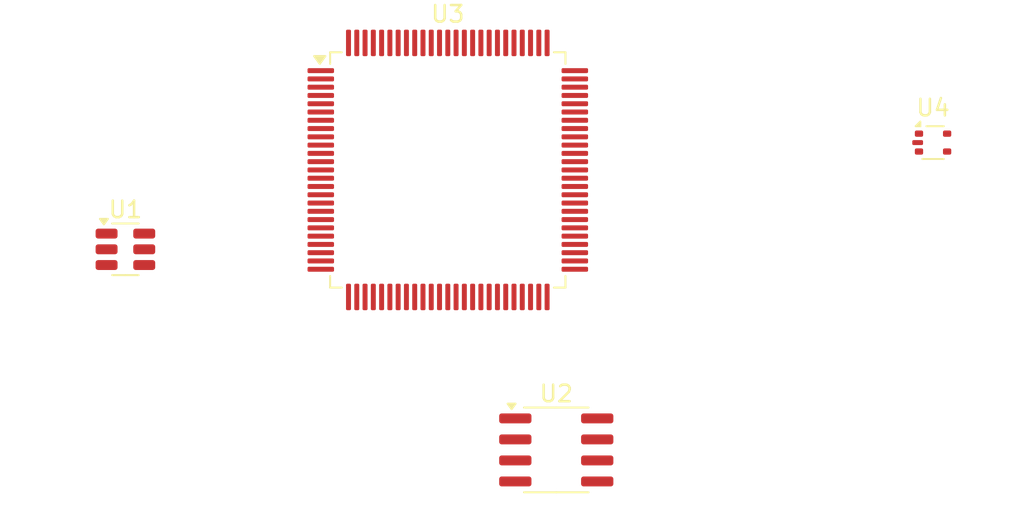
<source format=kicad_pcb>
(kicad_pcb (version 20241229) (generator "pcbnew") (generator_version "9.0")
  (layers (0 "F.Cu" signal) (2 "B.Cu" signal) (13 "F.Paste" user) (15 "B.Paste" user) (5 "F.SilkS" user "F.Silkscreen") (7 "B.SilkS" user "B.Silkscreen") (1 "F.Mask" user) (3 "B.Mask" user) (25 "Edge.Cuts" user))
  (net 0 "")
  (net 19 "Net-(U3-VSS-Pad10)")
  (net 111 "Net-(U4A-A-Pad2)")
  (footprint "B7_Footprints:LQFP-100_14x14mm_P0.5mm" (layer "F.Cu") (at 121.975 78.074)
    (property "Reference" "U3" (at 0 -9.42 0) (layer "F.SilkS"))
    (property "Value" "STM32F446VETx")
    (fp_line (start -7.11 -7.11) (end -7.11 -6.41) (stroke (width 0.12)) (layer "F.SilkS"))
    (fp_line (start -7.11 7.11) (end -7.11 6.41) (stroke (width 0.12)) (layer "F.SilkS"))
    (fp_line (start -6.41 -7.11) (end -7.11 -7.11) (stroke (width 0.12)) (layer "F.SilkS"))
    (fp_line (start -6.41 7.11) (end -7.11 7.11) (stroke (width 0.12)) (layer "F.SilkS"))
    (fp_line (start 6.41 -7.11) (end 7.11 -7.11) (stroke (width 0.12)) (layer "F.SilkS"))
    (fp_line (start 6.41 7.11) (end 7.11 7.11) (stroke (width 0.12)) (layer "F.SilkS"))
    (fp_line (start 7.11 -7.11) (end 7.11 -6.41) (stroke (width 0.12)) (layer "F.SilkS"))
    (fp_line (start 7.11 7.11) (end 7.11 6.41) (stroke (width 0.12)) (layer "F.SilkS"))
    (fp_poly (pts (xy -7.7375 -6.41) (xy -8.0775 -6.88) (xy -7.3975 -6.88)) (stroke (width 0.12)) (fill yes) (layer "F.SilkS"))
    (pad "1" smd roundrect (at -7.675 -6) (size 1.6 0.3) (layers "F.Cu" "F.Mask" "F.Paste"))
    (pad "2" smd roundrect (at -7.675 -5.5) (size 1.6 0.3) (layers "F.Cu" "F.Mask" "F.Paste"))
    (pad "3" smd roundrect (at -7.675 -5) (size 1.6 0.3) (layers "F.Cu" "F.Mask" "F.Paste"))
    (pad "4" smd roundrect (at -7.675 -4.5) (size 1.6 0.3) (layers "F.Cu" "F.Mask" "F.Paste"))
    (pad "5" smd roundrect (at -7.675 -4) (size 1.6 0.3) (layers "F.Cu" "F.Mask" "F.Paste"))
    (pad "6" smd roundrect (at -7.675 -3.5) (size 1.6 0.3) (layers "F.Cu" "F.Mask" "F.Paste"))
    (pad "7" smd roundrect (at -7.675 -3) (size 1.6 0.3) (layers "F.Cu" "F.Mask" "F.Paste"))
    (pad "8" smd roundrect (at -7.675 -2.5) (size 1.6 0.3) (layers "F.Cu" "F.Mask" "F.Paste"))
    (pad "9" smd roundrect (at -7.675 -2) (size 1.6 0.3) (layers "F.Cu" "F.Mask" "F.Paste"))
    (pad "10" smd roundrect (at -7.675 -1.5) (size 1.6 0.3) (layers "F.Cu" "F.Mask" "F.Paste") (net 19 "Net-(U3-VSS-Pad10)"))
    (pad "11" smd roundrect (at -7.675 -1) (size 1.6 0.3) (layers "F.Cu" "F.Mask" "F.Paste"))
    (pad "12" smd roundrect (at -7.675 -0.5) (size 1.6 0.3) (layers "F.Cu" "F.Mask" "F.Paste"))
    (pad "13" smd roundrect (at -7.675 0) (size 1.6 0.3) (layers "F.Cu" "F.Mask" "F.Paste"))
    (pad "14" smd roundrect (at -7.675 0.5) (size 1.6 0.3) (layers "F.Cu" "F.Mask" "F.Paste"))
    (pad "15" smd roundrect (at -7.675 1) (size 1.6 0.3) (layers "F.Cu" "F.Mask" "F.Paste"))
    (pad "16" smd roundrect (at -7.675 1.5) (size 1.6 0.3) (layers "F.Cu" "F.Mask" "F.Paste"))
    (pad "17" smd roundrect (at -7.675 2) (size 1.6 0.3) (layers "F.Cu" "F.Mask" "F.Paste"))
    (pad "18" smd roundrect (at -7.675 2.5) (size 1.6 0.3) (layers "F.Cu" "F.Mask" "F.Paste"))
    (pad "19" smd roundrect (at -7.675 3) (size 1.6 0.3) (layers "F.Cu" "F.Mask" "F.Paste"))
    (pad "20" smd roundrect (at -7.675 3.5) (size 1.6 0.3) (layers "F.Cu" "F.Mask" "F.Paste"))
    (pad "21" smd roundrect (at -7.675 4) (size 1.6 0.3) (layers "F.Cu" "F.Mask" "F.Paste"))
    (pad "22" smd roundrect (at -7.675 4.5) (size 1.6 0.3) (layers "F.Cu" "F.Mask" "F.Paste"))
    (pad "23" smd roundrect (at -7.675 5) (size 1.6 0.3) (layers "F.Cu" "F.Mask" "F.Paste"))
    (pad "24" smd roundrect (at -7.675 5.5) (size 1.6 0.3) (layers "F.Cu" "F.Mask" "F.Paste"))
    (pad "25" smd roundrect (at -7.675 6) (size 1.6 0.3) (layers "F.Cu" "F.Mask" "F.Paste"))
    (pad "26" smd roundrect (at -6 7.675) (size 0.3 1.6) (layers "F.Cu" "F.Mask" "F.Paste"))
    (pad "27" smd roundrect (at -5.5 7.675) (size 0.3 1.6) (layers "F.Cu" "F.Mask" "F.Paste") (net 19 "Net-(U3-VSS-Pad10)"))
    (pad "28" smd roundrect (at -5 7.675) (size 0.3 1.6) (layers "F.Cu" "F.Mask" "F.Paste"))
    (pad "29" smd roundrect (at -4.5 7.675) (size 0.3 1.6) (layers "F.Cu" "F.Mask" "F.Paste"))
    (pad "30" smd roundrect (at -4 7.675) (size 0.3 1.6) (layers "F.Cu" "F.Mask" "F.Paste"))
    (pad "31" smd roundrect (at -3.5 7.675) (size 0.3 1.6) (layers "F.Cu" "F.Mask" "F.Paste"))
    (pad "32" smd roundrect (at -3 7.675) (size 0.3 1.6) (layers "F.Cu" "F.Mask" "F.Paste"))
    (pad "33" smd roundrect (at -2.5 7.675) (size 0.3 1.6) (layers "F.Cu" "F.Mask" "F.Paste"))
    (pad "34" smd roundrect (at -2 7.675) (size 0.3 1.6) (layers "F.Cu" "F.Mask" "F.Paste"))
    (pad "35" smd roundrect (at -1.5 7.675) (size 0.3 1.6) (layers "F.Cu" "F.Mask" "F.Paste"))
    (pad "36" smd roundrect (at -1 7.675) (size 0.3 1.6) (layers "F.Cu" "F.Mask" "F.Paste"))
    (pad "37" smd roundrect (at -0.5 7.675) (size 0.3 1.6) (layers "F.Cu" "F.Mask" "F.Paste"))
    (pad "38" smd roundrect (at 0 7.675) (size 0.3 1.6) (layers "F.Cu" "F.Mask" "F.Paste"))
    (pad "39" smd roundrect (at 0.5 7.675) (size 0.3 1.6) (layers "F.Cu" "F.Mask" "F.Paste"))
    (pad "40" smd roundrect (at 1 7.675) (size 0.3 1.6) (layers "F.Cu" "F.Mask" "F.Paste"))
    (pad "41" smd roundrect (at 1.5 7.675) (size 0.3 1.6) (layers "F.Cu" "F.Mask" "F.Paste"))
    (pad "42" smd roundrect (at 2 7.675) (size 0.3 1.6) (layers "F.Cu" "F.Mask" "F.Paste"))
    (pad "43" smd roundrect (at 2.5 7.675) (size 0.3 1.6) (layers "F.Cu" "F.Mask" "F.Paste"))
    (pad "44" smd roundrect (at 3 7.675) (size 0.3 1.6) (layers "F.Cu" "F.Mask" "F.Paste"))
    (pad "45" smd roundrect (at 3.5 7.675) (size 0.3 1.6) (layers "F.Cu" "F.Mask" "F.Paste"))
    (pad "46" smd roundrect (at 4 7.675) (size 0.3 1.6) (layers "F.Cu" "F.Mask" "F.Paste"))
    (pad "47" smd roundrect (at 4.5 7.675) (size 0.3 1.6) (layers "F.Cu" "F.Mask" "F.Paste"))
    (pad "48" smd roundrect (at 5 7.675) (size 0.3 1.6) (layers "F.Cu" "F.Mask" "F.Paste"))
    (pad "49" smd roundrect (at 5.5 7.675) (size 0.3 1.6) (layers "F.Cu" "F.Mask" "F.Paste") (net 19 "Net-(U3-VSS-Pad10)"))
    (pad "50" smd roundrect (at 6 7.675) (size 0.3 1.6) (layers "F.Cu" "F.Mask" "F.Paste"))
    (pad "51" smd roundrect (at 7.675 6) (size 1.6 0.3) (layers "F.Cu" "F.Mask" "F.Paste"))
    (pad "52" smd roundrect (at 7.675 5.5) (size 1.6 0.3) (layers "F.Cu" "F.Mask" "F.Paste"))
    (pad "53" smd roundrect (at 7.675 5) (size 1.6 0.3) (layers "F.Cu" "F.Mask" "F.Paste"))
    (pad "54" smd roundrect (at 7.675 4.5) (size 1.6 0.3) (layers "F.Cu" "F.Mask" "F.Paste"))
    (pad "55" smd roundrect (at 7.675 4) (size 1.6 0.3) (layers "F.Cu" "F.Mask" "F.Paste"))
    (pad "56" smd roundrect (at 7.675 3.5) (size 1.6 0.3) (layers "F.Cu" "F.Mask" "F.Paste"))
    (pad "57" smd roundrect (at 7.675 3) (size 1.6 0.3) (layers "F.Cu" "F.Mask" "F.Paste"))
    (pad "58" smd roundrect (at 7.675 2.5) (size 1.6 0.3) (layers "F.Cu" "F.Mask" "F.Paste"))
    (pad "59" smd roundrect (at 7.675 2) (size 1.6 0.3) (layers "F.Cu" "F.Mask" "F.Paste"))
    (pad "60" smd roundrect (at 7.675 1.5) (size 1.6 0.3) (layers "F.Cu" "F.Mask" "F.Paste"))
    (pad "61" smd roundrect (at 7.675 1) (size 1.6 0.3) (layers "F.Cu" "F.Mask" "F.Paste"))
    (pad "62" smd roundrect (at 7.675 0.5) (size 1.6 0.3) (layers "F.Cu" "F.Mask" "F.Paste"))
    (pad "63" smd roundrect (at 7.675 0) (size 1.6 0.3) (layers "F.Cu" "F.Mask" "F.Paste"))
    (pad "64" smd roundrect (at 7.675 -0.5) (size 1.6 0.3) (layers "F.Cu" "F.Mask" "F.Paste"))
    (pad "65" smd roundrect (at 7.675 -1) (size 1.6 0.3) (layers "F.Cu" "F.Mask" "F.Paste"))
    (pad "66" smd roundrect (at 7.675 -1.5) (size 1.6 0.3) (layers "F.Cu" "F.Mask" "F.Paste"))
    (pad "67" smd roundrect (at 7.675 -2) (size 1.6 0.3) (layers "F.Cu" "F.Mask" "F.Paste"))
    (pad "68" smd roundrect (at 7.675 -2.5) (size 1.6 0.3) (layers "F.Cu" "F.Mask" "F.Paste"))
    (pad "69" smd roundrect (at 7.675 -3) (size 1.6 0.3) (layers "F.Cu" "F.Mask" "F.Paste"))
    (pad "70" smd roundrect (at 7.675 -3.5) (size 1.6 0.3) (layers "F.Cu" "F.Mask" "F.Paste"))
    (pad "71" smd roundrect (at 7.675 -4) (size 1.6 0.3) (layers "F.Cu" "F.Mask" "F.Paste"))
    (pad "72" smd roundrect (at 7.675 -4.5) (size 1.6 0.3) (layers "F.Cu" "F.Mask" "F.Paste"))
    (pad "73" smd roundrect (at 7.675 -5) (size 1.6 0.3) (layers "F.Cu" "F.Mask" "F.Paste"))
    (pad "74" smd roundrect (at 7.675 -5.5) (size 1.6 0.3) (layers "F.Cu" "F.Mask" "F.Paste") (net 19 "Net-(U3-VSS-Pad10)"))
    (pad "75" smd roundrect (at 7.675 -6) (size 1.6 0.3) (layers "F.Cu" "F.Mask" "F.Paste"))
    (pad "76" smd roundrect (at 6 -7.675) (size 0.3 1.6) (layers "F.Cu" "F.Mask" "F.Paste"))
    (pad "77" smd roundrect (at 5.5 -7.675) (size 0.3 1.6) (layers "F.Cu" "F.Mask" "F.Paste"))
    (pad "78" smd roundrect (at 5 -7.675) (size 0.3 1.6) (layers "F.Cu" "F.Mask" "F.Paste"))
    (pad "79" smd roundrect (at 4.5 -7.675) (size 0.3 1.6) (layers "F.Cu" "F.Mask" "F.Paste"))
    (pad "80" smd roundrect (at 4 -7.675) (size 0.3 1.6) (layers "F.Cu" "F.Mask" "F.Paste"))
    (pad "81" smd roundrect (at 3.5 -7.675) (size 0.3 1.6) (layers "F.Cu" "F.Mask" "F.Paste"))
    (pad "82" smd roundrect (at 3 -7.675) (size 0.3 1.6) (layers "F.Cu" "F.Mask" "F.Paste"))
    (pad "83" smd roundrect (at 2.5 -7.675) (size 0.3 1.6) (layers "F.Cu" "F.Mask" "F.Paste"))
    (pad "84" smd roundrect (at 2 -7.675) (size 0.3 1.6) (layers "F.Cu" "F.Mask" "F.Paste"))
    (pad "85" smd roundrect (at 1.5 -7.675) (size 0.3 1.6) (layers "F.Cu" "F.Mask" "F.Paste"))
    (pad "86" smd roundrect (at 1 -7.675) (size 0.3 1.6) (layers "F.Cu" "F.Mask" "F.Paste"))
    (pad "87" smd roundrect (at 0.5 -7.675) (size 0.3 1.6) (layers "F.Cu" "F.Mask" "F.Paste"))
    (pad "88" smd roundrect (at 0 -7.675) (size 0.3 1.6) (layers "F.Cu" "F.Mask" "F.Paste"))
    (pad "89" smd roundrect (at -0.5 -7.675) (size 0.3 1.6) (layers "F.Cu" "F.Mask" "F.Paste"))
    (pad "90" smd roundrect (at -1 -7.675) (size 0.3 1.6) (layers "F.Cu" "F.Mask" "F.Paste"))
    (pad "91" smd roundrect (at -1.5 -7.675) (size 0.3 1.6) (layers "F.Cu" "F.Mask" "F.Paste"))
    (pad "92" smd roundrect (at -2 -7.675) (size 0.3 1.6) (layers "F.Cu" "F.Mask" "F.Paste"))
    (pad "93" smd roundrect (at -2.5 -7.675) (size 0.3 1.6) (layers "F.Cu" "F.Mask" "F.Paste"))
    (pad "94" smd roundrect (at -3 -7.675) (size 0.3 1.6) (layers "F.Cu" "F.Mask" "F.Paste"))
    (pad "95" smd roundrect (at -3.5 -7.675) (size 0.3 1.6) (layers "F.Cu" "F.Mask" "F.Paste"))
    (pad "96" smd roundrect (at -4 -7.675) (size 0.3 1.6) (layers "F.Cu" "F.Mask" "F.Paste"))
    (pad "97" smd roundrect (at -4.5 -7.675) (size 0.3 1.6) (layers "F.Cu" "F.Mask" "F.Paste"))
    (pad "98" smd roundrect (at -5 -7.675) (size 0.3 1.6) (layers "F.Cu" "F.Mask" "F.Paste"))
    (pad "99" smd roundrect (at -5.5 -7.675) (size 0.3 1.6) (layers "F.Cu" "F.Mask" "F.Paste") (net 19 "Net-(U3-VSS-Pad10)"))
    (pad "100" smd roundrect (at -6 -7.675) (size 0.3 1.6) (layers "F.Cu" "F.Mask" "F.Paste"))
  )
  (footprint "B7_Footprints:SOT-23-6" (layer "F.Cu") (at 102.4945 82.87)
    (property "Reference" "U1" (at 0 -2.4 0) (layer "F.SilkS"))
    (property "Value" "CPDT6-5V0UPC-HF")
    (fp_line (start 0 -1.56) (end -0.8 -1.56) (stroke (width 0.12)) (layer "F.SilkS"))
    (fp_line (start 0 -1.56) (end 0.8 -1.56) (stroke (width 0.12)) (layer "F.SilkS"))
    (fp_line (start 0 1.56) (end -0.8 1.56) (stroke (width 0.12)) (layer "F.SilkS"))
    (fp_line (start 0 1.56) (end 0.8 1.56) (stroke (width 0.12)) (layer "F.SilkS"))
    (fp_poly (pts (xy -1.3 -1.51) (xy -1.54 -1.84) (xy -1.06 -1.84)) (stroke (width 0.12)) (fill yes) (layer "F.SilkS"))
    (pad "1" smd roundrect (at -1.1375 -0.95) (size 1.325 0.6) (layers "F.Cu" "F.Mask" "F.Paste"))
    (pad "2" smd roundrect (at -1.1375 0) (size 1.325 0.6) (layers "F.Cu" "F.Mask" "F.Paste"))
    (pad "3" smd roundrect (at -1.1375 0.95) (size 1.325 0.6) (layers "F.Cu" "F.Mask" "F.Paste"))
    (pad "4" smd roundrect (at 1.1375 0.95) (size 1.325 0.6) (layers "F.Cu" "F.Mask" "F.Paste"))
    (pad "5" smd roundrect (at 1.1375 0) (size 1.325 0.6) (layers "F.Cu" "F.Mask" "F.Paste"))
    (pad "6" smd roundrect (at 1.1375 -0.95) (size 1.325 0.6) (layers "F.Cu" "F.Mask" "F.Paste"))
  )
  (footprint "B7_Footprints:SOIC-8_3.9x4.9mm_P1.27mm" (layer "F.Cu") (at 128.529 94.992)
    (property "Reference" "U2" (at 0 -3.4 0) (layer "F.SilkS"))
    (property "Value" "NE555DR")
    (fp_line (start 0 -2.56) (end -1.95 -2.56) (stroke (width 0.12)) (layer "F.SilkS"))
    (fp_line (start 0 -2.56) (end 1.95 -2.56) (stroke (width 0.12)) (layer "F.SilkS"))
    (fp_line (start 0 2.56) (end -1.95 2.56) (stroke (width 0.12)) (layer "F.SilkS"))
    (fp_line (start 0 2.56) (end 1.95 2.56) (stroke (width 0.12)) (layer "F.SilkS"))
    (fp_poly (pts (xy -2.7 -2.465) (xy -2.94 -2.795) (xy -2.46 -2.795)) (stroke (width 0.12)) (fill yes) (layer "F.SilkS"))
    (pad "1" smd roundrect (at -2.475 -1.905) (size 1.95 0.6) (layers "F.Cu" "F.Mask" "F.Paste"))
    (pad "2" smd roundrect (at -2.475 -0.635) (size 1.95 0.6) (layers "F.Cu" "F.Mask" "F.Paste"))
    (pad "3" smd roundrect (at -2.475 0.635) (size 1.95 0.6) (layers "F.Cu" "F.Mask" "F.Paste"))
    (pad "4" smd roundrect (at -2.475 1.905) (size 1.95 0.6) (layers "F.Cu" "F.Mask" "F.Paste"))
    (pad "5" smd roundrect (at 2.475 1.905) (size 1.95 0.6) (layers "F.Cu" "F.Mask" "F.Paste"))
    (pad "6" smd roundrect (at 2.475 0.635) (size 1.95 0.6) (layers "F.Cu" "F.Mask" "F.Paste"))
    (pad "7" smd roundrect (at 2.475 -0.635) (size 1.95 0.6) (layers "F.Cu" "F.Mask" "F.Paste"))
    (pad "8" smd roundrect (at 2.475 -1.905) (size 1.95 0.6) (layers "F.Cu" "F.Mask" "F.Paste"))
  )
  (footprint "B7_Footprints:SOT-665" (layer "F.Cu") (at 151.296 76.422)
    (property "Reference" "U4" (at 0 -2.1 0) (layer "F.SilkS"))
    (property "Value" "PESD5V0U4BW")
    (fp_line (start -0.65 0.99) (end 0.65 0.99) (stroke (width 0.12)) (layer "F.SilkS"))
    (fp_line (start 0.65 -0.99) (end -0.4 -0.99) (stroke (width 0.12)) (layer "F.SilkS"))
    (fp_poly (pts (xy -0.77 -0.99) (xy -1.05 -0.99) (xy -0.77 -1.27) (xy -0.77 -0.99)) (stroke (width 0.12)) (fill yes) (layer "F.SilkS"))
    (pad "1" smd roundrect (at -0.85 -0.54) (size 0.5 0.38) (layers "F.Cu" "F.Mask" "F.Paste"))
    (pad "2" smd roundrect (at -0.93 0) (size 0.65 0.3) (layers "F.Cu" "F.Mask" "F.Paste") (net 111 "Net-(U4A-A-Pad2)"))
    (pad "3" smd roundrect (at -0.85 0.54) (size 0.5 0.38) (layers "F.Cu" "F.Mask" "F.Paste"))
    (pad "4" smd roundrect (at 0.85 0.54) (size 0.5 0.38) (layers "F.Cu" "F.Mask" "F.Paste"))
    (pad "5" smd roundrect (at 0.85 -0.54) (size 0.5 0.38) (layers "F.Cu" "F.Mask" "F.Paste") (net 111 "Net-(U4A-A-Pad2)"))
  )
)
</source>
